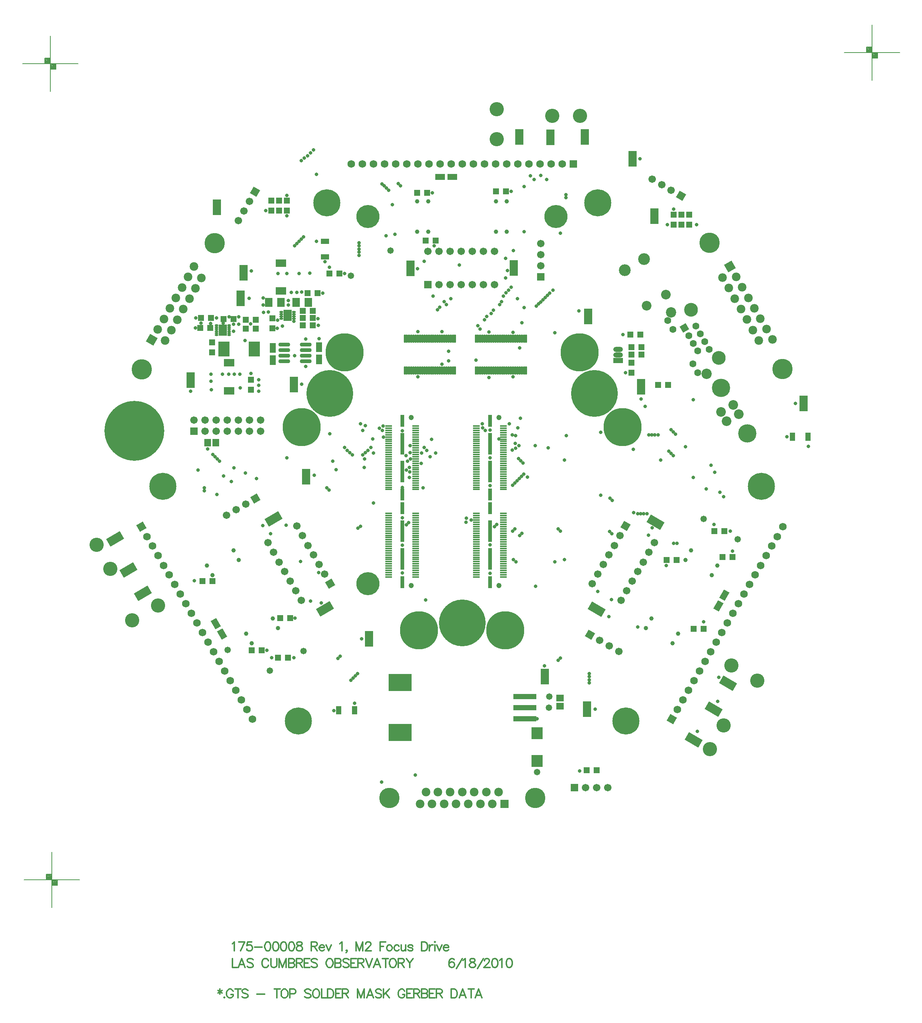
<source format=gts>
%FSLAX23Y23*%
%MOIN*%
G70*
G01*
G75*
G04 Layer_Color=8388736*
%ADD10O,0.027X0.010*%
%ADD11R,0.065X0.094*%
%ADD12R,0.070X0.135*%
%ADD13O,0.098X0.028*%
%ADD14R,0.048X0.078*%
%ADD15R,0.087X0.059*%
%ADD16R,0.063X0.075*%
%ADD17R,0.050X0.050*%
%ADD18R,0.050X0.050*%
%ADD19R,0.025X0.100*%
%ADD20R,0.057X0.012*%
%ADD21R,0.025X0.185*%
%ADD22O,0.024X0.010*%
%ADD23R,0.094X0.130*%
%ADD24R,0.094X0.102*%
%ADD25R,0.200X0.150*%
%ADD26R,0.200X0.040*%
%ADD27R,0.059X0.051*%
%ADD28O,0.012X0.069*%
%ADD29R,0.078X0.048*%
G04:AMPARAMS|DCode=30|XSize=78mil|YSize=48mil|CornerRadius=0mil|HoleSize=0mil|Usage=FLASHONLY|Rotation=120.000|XOffset=0mil|YOffset=0mil|HoleType=Round|Shape=Rectangle|*
%AMROTATEDRECTD30*
4,1,4,0.040,-0.022,-0.001,-0.046,-0.040,0.022,0.001,0.046,0.040,-0.022,0.0*
%
%ADD30ROTATEDRECTD30*%

G04:AMPARAMS|DCode=31|XSize=78mil|YSize=48mil|CornerRadius=0mil|HoleSize=0mil|Usage=FLASHONLY|Rotation=240.000|XOffset=0mil|YOffset=0mil|HoleType=Round|Shape=Rectangle|*
%AMROTATEDRECTD31*
4,1,4,-0.001,0.046,0.040,0.022,0.001,-0.046,-0.040,-0.022,-0.001,0.046,0.0*
%
%ADD31ROTATEDRECTD31*%

%ADD32R,0.067X0.040*%
%ADD33R,0.040X0.067*%
%ADD34R,0.051X0.059*%
G04:AMPARAMS|DCode=35|XSize=135mil|YSize=70mil|CornerRadius=0mil|HoleSize=0mil|Usage=FLASHONLY|Rotation=30.000|XOffset=0mil|YOffset=0mil|HoleType=Round|Shape=Rectangle|*
%AMROTATEDRECTD35*
4,1,4,-0.041,-0.064,-0.076,-0.003,0.041,0.064,0.076,0.003,-0.041,-0.064,0.0*
%
%ADD35ROTATEDRECTD35*%

G04:AMPARAMS|DCode=36|XSize=135mil|YSize=70mil|CornerRadius=0mil|HoleSize=0mil|Usage=FLASHONLY|Rotation=150.000|XOffset=0mil|YOffset=0mil|HoleType=Round|Shape=Rectangle|*
%AMROTATEDRECTD36*
4,1,4,0.076,-0.003,0.041,-0.064,-0.076,0.003,-0.041,0.064,0.076,-0.003,0.0*
%
%ADD36ROTATEDRECTD36*%

%ADD37C,0.020*%
%ADD38C,0.030*%
%ADD39C,0.010*%
%ADD40C,0.005*%
%ADD41C,0.050*%
%ADD42C,0.005*%
%ADD43C,0.012*%
%ADD44C,0.008*%
%ADD45C,0.012*%
%ADD46C,0.012*%
%ADD47C,0.055*%
%ADD48P,0.078X4X165.0*%
%ADD49C,0.116*%
%ADD50C,0.085*%
%ADD51C,0.039*%
%ADD52C,0.200*%
%ADD53C,0.120*%
%ADD54P,0.085X4X105.0*%
%ADD55C,0.060*%
%ADD56P,0.085X4X345.0*%
%ADD57R,0.060X0.060*%
%ADD58P,0.084X4X195.0*%
%ADD59C,0.059*%
%ADD60C,0.031*%
%ADD61C,0.079*%
%ADD62P,0.084X4X255.0*%
%ADD63R,0.059X0.059*%
%ADD64C,0.175*%
%ADD65C,0.070*%
%ADD66R,0.070X0.070*%
%ADD67P,0.084X4X255.0*%
%ADD68C,0.059*%
%ADD69R,0.059X0.059*%
%ADD70P,0.084X4X375.0*%
%ADD71C,0.157*%
%ADD72P,0.084X4X285.0*%
%ADD73C,0.098*%
%ADD74O,0.079X0.039*%
%ADD75R,0.079X0.039*%
%ADD76R,0.059X0.059*%
%ADD77C,0.413*%
%ADD78C,0.531*%
%ADD79C,0.335*%
%ADD80C,0.236*%
%ADD81P,0.099X4X165.0*%
%ADD82P,0.099X4X285.0*%
%ADD83C,0.024*%
%ADD84C,0.026*%
%ADD85C,0.050*%
%ADD86C,0.040*%
%ADD87C,0.075*%
%ADD88C,0.168*%
%ADD89C,0.102*%
%ADD90C,0.080*%
%ADD91C,0.131*%
%ADD92C,0.110*%
G04:AMPARAMS|DCode=93|XSize=90mil|YSize=90mil|CornerRadius=0mil|HoleSize=0mil|Usage=FLASHONLY|Rotation=0.000|XOffset=0mil|YOffset=0mil|HoleType=Round|Shape=Relief|Width=10mil|Gap=10mil|Entries=4|*
%AMTHD93*
7,0,0,0.090,0.070,0.010,45*
%
%ADD93THD93*%
%ADD94C,0.075*%
%ADD95C,0.060*%
G04:AMPARAMS|DCode=96|XSize=107.244mil|YSize=107.244mil|CornerRadius=0mil|HoleSize=0mil|Usage=FLASHONLY|Rotation=0.000|XOffset=0mil|YOffset=0mil|HoleType=Round|Shape=Relief|Width=10mil|Gap=10mil|Entries=4|*
%AMTHD96*
7,0,0,0.107,0.087,0.010,45*
%
%ADD96THD96*%
%ADD97C,0.087*%
%ADD98C,0.163*%
%ADD99C,0.087*%
%ADD100C,0.075*%
%ADD101C,0.131*%
%ADD102C,0.076*%
%ADD103C,0.099*%
%ADD104C,0.070*%
G04:AMPARAMS|DCode=105|XSize=95.433mil|YSize=95.433mil|CornerRadius=0mil|HoleSize=0mil|Usage=FLASHONLY|Rotation=0.000|XOffset=0mil|YOffset=0mil|HoleType=Round|Shape=Relief|Width=10mil|Gap=10mil|Entries=4|*
%AMTHD105*
7,0,0,0.095,0.075,0.010,45*
%
%ADD105THD105*%
%ADD106C,0.257*%
%ADD107C,0.571*%
%ADD108C,0.375*%
%ADD109C,0.206*%
%ADD110C,0.053*%
G04:AMPARAMS|DCode=111|XSize=70mil|YSize=70mil|CornerRadius=0mil|HoleSize=0mil|Usage=FLASHONLY|Rotation=0.000|XOffset=0mil|YOffset=0mil|HoleType=Round|Shape=Relief|Width=10mil|Gap=10mil|Entries=4|*
%AMTHD111*
7,0,0,0.070,0.050,0.010,45*
%
%ADD111THD111*%
%ADD112C,0.065*%
G04:AMPARAMS|DCode=113|XSize=85mil|YSize=85mil|CornerRadius=0mil|HoleSize=0mil|Usage=FLASHONLY|Rotation=0.000|XOffset=0mil|YOffset=0mil|HoleType=Round|Shape=Relief|Width=10mil|Gap=10mil|Entries=4|*
%AMTHD113*
7,0,0,0.085,0.065,0.010,45*
%
%ADD113THD113*%
G04:AMPARAMS|DCode=114|XSize=95mil|YSize=95mil|CornerRadius=0mil|HoleSize=0mil|Usage=FLASHONLY|Rotation=0.000|XOffset=0mil|YOffset=0mil|HoleType=Round|Shape=Relief|Width=10mil|Gap=10mil|Entries=4|*
%AMTHD114*
7,0,0,0.095,0.075,0.010,45*
%
%ADD114THD114*%
G04:AMPARAMS|DCode=115|XSize=122mil|YSize=122mil|CornerRadius=0mil|HoleSize=0mil|Usage=FLASHONLY|Rotation=0.000|XOffset=0mil|YOffset=0mil|HoleType=Round|Shape=Relief|Width=10mil|Gap=10mil|Entries=4|*
%AMTHD115*
7,0,0,0.122,0.102,0.010,45*
%
%ADD115THD115*%
G04:AMPARAMS|DCode=116|XSize=79.685mil|YSize=79.685mil|CornerRadius=0mil|HoleSize=0mil|Usage=FLASHONLY|Rotation=0.000|XOffset=0mil|YOffset=0mil|HoleType=Round|Shape=Relief|Width=10mil|Gap=10mil|Entries=4|*
%AMTHD116*
7,0,0,0.080,0.060,0.010,45*
%
%ADD116THD116*%
G04:AMPARAMS|DCode=117|XSize=183mil|YSize=183mil|CornerRadius=0mil|HoleSize=0mil|Usage=FLASHONLY|Rotation=0.000|XOffset=0mil|YOffset=0mil|HoleType=Round|Shape=Relief|Width=10mil|Gap=10mil|Entries=4|*
%AMTHD117*
7,0,0,0.183,0.163,0.010,45*
%
%ADD117THD117*%
G04:AMPARAMS|DCode=118|XSize=107mil|YSize=107mil|CornerRadius=0mil|HoleSize=0mil|Usage=FLASHONLY|Rotation=0.000|XOffset=0mil|YOffset=0mil|HoleType=Round|Shape=Relief|Width=10mil|Gap=10mil|Entries=4|*
%AMTHD118*
7,0,0,0.107,0.087,0.010,45*
%
%ADD118THD118*%
G04:AMPARAMS|DCode=119|XSize=95.433mil|YSize=95.433mil|CornerRadius=0mil|HoleSize=0mil|Usage=FLASHONLY|Rotation=0.000|XOffset=0mil|YOffset=0mil|HoleType=Round|Shape=Relief|Width=10mil|Gap=10mil|Entries=4|*
%AMTHD119*
7,0,0,0.095,0.075,0.010,45*
%
%ADD119THD119*%
G04:AMPARAMS|DCode=120|XSize=150.551mil|YSize=150.551mil|CornerRadius=0mil|HoleSize=0mil|Usage=FLASHONLY|Rotation=0.000|XOffset=0mil|YOffset=0mil|HoleType=Round|Shape=Relief|Width=10mil|Gap=10mil|Entries=4|*
%AMTHD120*
7,0,0,0.151,0.131,0.010,45*
%
%ADD120THD120*%
G04:AMPARAMS|DCode=121|XSize=96.221mil|YSize=96.221mil|CornerRadius=0mil|HoleSize=0mil|Usage=FLASHONLY|Rotation=0.000|XOffset=0mil|YOffset=0mil|HoleType=Round|Shape=Relief|Width=10mil|Gap=10mil|Entries=4|*
%AMTHD121*
7,0,0,0.096,0.076,0.010,45*
%
%ADD121THD121*%
G04:AMPARAMS|DCode=122|XSize=119.055mil|YSize=119.055mil|CornerRadius=0mil|HoleSize=0mil|Usage=FLASHONLY|Rotation=0.000|XOffset=0mil|YOffset=0mil|HoleType=Round|Shape=Relief|Width=10mil|Gap=10mil|Entries=4|*
%AMTHD122*
7,0,0,0.119,0.099,0.010,45*
%
%ADD122THD122*%
G04:AMPARAMS|DCode=123|XSize=89.528mil|YSize=89.528mil|CornerRadius=0mil|HoleSize=0mil|Usage=FLASHONLY|Rotation=0.000|XOffset=0mil|YOffset=0mil|HoleType=Round|Shape=Relief|Width=10mil|Gap=10mil|Entries=4|*
%AMTHD123*
7,0,0,0.090,0.070,0.010,45*
%
%ADD123THD123*%
G04:AMPARAMS|DCode=124|XSize=72.992mil|YSize=72.992mil|CornerRadius=0mil|HoleSize=0mil|Usage=FLASHONLY|Rotation=0.000|XOffset=0mil|YOffset=0mil|HoleType=Round|Shape=Relief|Width=10mil|Gap=10mil|Entries=4|*
%AMTHD124*
7,0,0,0.073,0.053,0.010,45*
%
%ADD124THD124*%
G04:AMPARAMS|DCode=125|XSize=79mil|YSize=236mil|CornerRadius=0mil|HoleSize=0mil|Usage=FLASHONLY|Rotation=240.000|XOffset=0mil|YOffset=0mil|HoleType=Round|Shape=Rectangle|*
%AMROTATEDRECTD125*
4,1,4,-0.083,0.093,0.122,-0.025,0.083,-0.093,-0.122,0.025,-0.083,0.093,0.0*
%
%ADD125ROTATEDRECTD125*%

G04:AMPARAMS|DCode=126|XSize=79mil|YSize=236mil|CornerRadius=0mil|HoleSize=0mil|Usage=FLASHONLY|Rotation=120.000|XOffset=0mil|YOffset=0mil|HoleType=Round|Shape=Rectangle|*
%AMROTATEDRECTD126*
4,1,4,0.122,0.025,-0.083,-0.093,-0.122,-0.025,0.083,0.093,0.122,0.025,0.0*
%
%ADD126ROTATEDRECTD126*%

%ADD127R,0.236X0.079*%
%ADD128R,0.025X0.070*%
G04:AMPARAMS|DCode=129|XSize=28mil|YSize=98mil|CornerRadius=0mil|HoleSize=0mil|Usage=FLASHONLY|Rotation=210.000|XOffset=0mil|YOffset=0mil|HoleType=Round|Shape=Round|*
%AMOVALD129*
21,1,0.071,0.028,0.000,0.000,300.0*
1,1,0.028,-0.018,0.031*
1,1,0.028,0.018,-0.031*
%
%ADD129OVALD129*%

%ADD130P,0.071X4X345.0*%
G04:AMPARAMS|DCode=131|XSize=28mil|YSize=98mil|CornerRadius=0mil|HoleSize=0mil|Usage=FLASHONLY|Rotation=330.000|XOffset=0mil|YOffset=0mil|HoleType=Round|Shape=Round|*
%AMOVALD131*
21,1,0.071,0.028,0.000,0.000,60.0*
1,1,0.028,-0.018,-0.031*
1,1,0.028,0.018,0.031*
%
%ADD131OVALD131*%

%ADD132P,0.071X4X105.0*%
%ADD133C,0.075*%
%ADD134C,0.010*%
%ADD135C,0.010*%
%ADD136C,0.024*%
%ADD137C,0.007*%
%ADD138C,0.008*%
%ADD139C,0.006*%
%ADD140C,0.020*%
%ADD141R,0.195X0.150*%
%ADD142R,0.020X0.082*%
%ADD143O,0.035X0.018*%
%ADD144R,0.073X0.102*%
%ADD145R,0.078X0.143*%
%ADD146O,0.106X0.036*%
%ADD147R,0.056X0.086*%
%ADD148R,0.095X0.067*%
%ADD149R,0.071X0.083*%
%ADD150R,0.058X0.058*%
%ADD151R,0.058X0.058*%
%ADD152R,0.033X0.108*%
%ADD153R,0.061X0.016*%
%ADD154R,0.033X0.193*%
%ADD155O,0.032X0.018*%
%ADD156R,0.102X0.138*%
%ADD157R,0.102X0.110*%
%ADD158R,0.208X0.158*%
%ADD159R,0.208X0.048*%
%ADD160R,0.067X0.059*%
%ADD161O,0.020X0.077*%
%ADD162R,0.086X0.056*%
G04:AMPARAMS|DCode=163|XSize=86mil|YSize=56mil|CornerRadius=0mil|HoleSize=0mil|Usage=FLASHONLY|Rotation=120.000|XOffset=0mil|YOffset=0mil|HoleType=Round|Shape=Rectangle|*
%AMROTATEDRECTD163*
4,1,4,0.046,-0.023,-0.003,-0.051,-0.046,0.023,0.003,0.051,0.046,-0.023,0.0*
%
%ADD163ROTATEDRECTD163*%

G04:AMPARAMS|DCode=164|XSize=86mil|YSize=56mil|CornerRadius=0mil|HoleSize=0mil|Usage=FLASHONLY|Rotation=240.000|XOffset=0mil|YOffset=0mil|HoleType=Round|Shape=Rectangle|*
%AMROTATEDRECTD164*
4,1,4,-0.003,0.051,0.046,0.023,0.003,-0.051,-0.046,-0.023,-0.003,0.051,0.0*
%
%ADD164ROTATEDRECTD164*%

%ADD165R,0.075X0.048*%
%ADD166R,0.048X0.075*%
%ADD167R,0.059X0.067*%
G04:AMPARAMS|DCode=168|XSize=143mil|YSize=78mil|CornerRadius=0mil|HoleSize=0mil|Usage=FLASHONLY|Rotation=30.000|XOffset=0mil|YOffset=0mil|HoleType=Round|Shape=Rectangle|*
%AMROTATEDRECTD168*
4,1,4,-0.042,-0.070,-0.081,-0.002,0.042,0.070,0.081,0.002,-0.042,-0.070,0.0*
%
%ADD168ROTATEDRECTD168*%

G04:AMPARAMS|DCode=169|XSize=143mil|YSize=78mil|CornerRadius=0mil|HoleSize=0mil|Usage=FLASHONLY|Rotation=150.000|XOffset=0mil|YOffset=0mil|HoleType=Round|Shape=Rectangle|*
%AMROTATEDRECTD169*
4,1,4,0.081,-0.002,0.042,-0.070,-0.081,0.002,-0.042,0.070,0.081,-0.002,0.0*
%
%ADD169ROTATEDRECTD169*%

%ADD170C,0.063*%
%ADD171P,0.089X4X165.0*%
%ADD172C,0.124*%
%ADD173C,0.093*%
%ADD174C,0.047*%
%ADD175C,0.208*%
%ADD176C,0.128*%
%ADD177P,0.096X4X105.0*%
%ADD178C,0.068*%
%ADD179P,0.096X4X345.0*%
%ADD180R,0.068X0.068*%
%ADD181P,0.095X4X195.0*%
%ADD182C,0.067*%
%ADD183C,0.039*%
%ADD184C,0.087*%
%ADD185P,0.095X4X255.0*%
%ADD186R,0.067X0.067*%
%ADD187C,0.183*%
%ADD188C,0.078*%
%ADD189R,0.078X0.078*%
%ADD190P,0.095X4X255.0*%
%ADD191C,0.067*%
%ADD192R,0.067X0.067*%
%ADD193P,0.095X4X375.0*%
%ADD194C,0.165*%
%ADD195P,0.095X4X285.0*%
%ADD196C,0.106*%
%ADD197O,0.087X0.047*%
%ADD198R,0.087X0.047*%
%ADD199R,0.067X0.067*%
%ADD200C,0.421*%
%ADD201C,0.539*%
%ADD202C,0.343*%
%ADD203C,0.244*%
%ADD204P,0.110X4X165.0*%
%ADD205P,0.110X4X285.0*%
%ADD206C,0.032*%
%ADD207C,0.058*%
D43*
X13298Y8201D02*
Y8155D01*
X13279Y8189D02*
X13317Y8167D01*
Y8189D02*
X13279Y8167D01*
X13337Y8128D02*
X13333Y8125D01*
X13337Y8121D01*
X13341Y8125D01*
X13337Y8128D01*
X13416Y8182D02*
X13412Y8189D01*
X13404Y8197D01*
X13397Y8201D01*
X13381D01*
X13374Y8197D01*
X13366Y8189D01*
X13362Y8182D01*
X13358Y8170D01*
Y8151D01*
X13362Y8140D01*
X13366Y8132D01*
X13374Y8125D01*
X13381Y8121D01*
X13397D01*
X13404Y8125D01*
X13412Y8132D01*
X13416Y8140D01*
Y8151D01*
X13397D02*
X13416D01*
X13461Y8201D02*
Y8121D01*
X13434Y8201D02*
X13487D01*
X13550Y8189D02*
X13542Y8197D01*
X13531Y8201D01*
X13516D01*
X13504Y8197D01*
X13497Y8189D01*
Y8182D01*
X13501Y8174D01*
X13504Y8170D01*
X13512Y8167D01*
X13535Y8159D01*
X13542Y8155D01*
X13546Y8151D01*
X13550Y8144D01*
Y8132D01*
X13542Y8125D01*
X13531Y8121D01*
X13516D01*
X13504Y8125D01*
X13497Y8132D01*
X13631Y8155D02*
X13699D01*
X13812Y8201D02*
Y8121D01*
X13786Y8201D02*
X13839D01*
X13872D02*
X13864Y8197D01*
X13856Y8189D01*
X13852Y8182D01*
X13849Y8170D01*
Y8151D01*
X13852Y8140D01*
X13856Y8132D01*
X13864Y8125D01*
X13872Y8121D01*
X13887D01*
X13894Y8125D01*
X13902Y8132D01*
X13906Y8140D01*
X13910Y8151D01*
Y8170D01*
X13906Y8182D01*
X13902Y8189D01*
X13894Y8197D01*
X13887Y8201D01*
X13872D01*
X13928Y8159D02*
X13963D01*
X13974Y8163D01*
X13978Y8167D01*
X13982Y8174D01*
Y8186D01*
X13978Y8193D01*
X13974Y8197D01*
X13963Y8201D01*
X13928D01*
Y8121D01*
X14116Y8189D02*
X14108Y8197D01*
X14097Y8201D01*
X14081D01*
X14070Y8197D01*
X14062Y8189D01*
Y8182D01*
X14066Y8174D01*
X14070Y8170D01*
X14078Y8167D01*
X14100Y8159D01*
X14108Y8155D01*
X14112Y8151D01*
X14116Y8144D01*
Y8132D01*
X14108Y8125D01*
X14097Y8121D01*
X14081D01*
X14070Y8125D01*
X14062Y8132D01*
X14156Y8201D02*
X14149Y8197D01*
X14141Y8189D01*
X14137Y8182D01*
X14134Y8170D01*
Y8151D01*
X14137Y8140D01*
X14141Y8132D01*
X14149Y8125D01*
X14156Y8121D01*
X14172D01*
X14179Y8125D01*
X14187Y8132D01*
X14191Y8140D01*
X14194Y8151D01*
Y8170D01*
X14191Y8182D01*
X14187Y8189D01*
X14179Y8197D01*
X14172Y8201D01*
X14156D01*
X14213D02*
Y8121D01*
X14259D01*
X14268Y8201D02*
Y8121D01*
Y8201D02*
X14294D01*
X14306Y8197D01*
X14313Y8189D01*
X14317Y8182D01*
X14321Y8170D01*
Y8151D01*
X14317Y8140D01*
X14313Y8132D01*
X14306Y8125D01*
X14294Y8121D01*
X14268D01*
X14388Y8201D02*
X14339D01*
Y8121D01*
X14388D01*
X14339Y8163D02*
X14369D01*
X14402Y8201D02*
Y8121D01*
Y8201D02*
X14436D01*
X14447Y8197D01*
X14451Y8193D01*
X14455Y8186D01*
Y8178D01*
X14451Y8170D01*
X14447Y8167D01*
X14436Y8163D01*
X14402D01*
X14428D02*
X14455Y8121D01*
X14536Y8201D02*
Y8121D01*
Y8201D02*
X14566Y8121D01*
X14597Y8201D02*
X14566Y8121D01*
X14597Y8201D02*
Y8121D01*
X14680D02*
X14650Y8201D01*
X14620Y8121D01*
X14631Y8147D02*
X14669D01*
X14752Y8189D02*
X14745Y8197D01*
X14733Y8201D01*
X14718D01*
X14707Y8197D01*
X14699Y8189D01*
Y8182D01*
X14703Y8174D01*
X14707Y8170D01*
X14714Y8167D01*
X14737Y8159D01*
X14745Y8155D01*
X14749Y8151D01*
X14752Y8144D01*
Y8132D01*
X14745Y8125D01*
X14733Y8121D01*
X14718D01*
X14707Y8125D01*
X14699Y8132D01*
X14770Y8201D02*
Y8121D01*
X14824Y8201D02*
X14770Y8147D01*
X14789Y8167D02*
X14824Y8121D01*
X14962Y8182D02*
X14958Y8189D01*
X14950Y8197D01*
X14943Y8201D01*
X14927D01*
X14920Y8197D01*
X14912Y8189D01*
X14908Y8182D01*
X14904Y8170D01*
Y8151D01*
X14908Y8140D01*
X14912Y8132D01*
X14920Y8125D01*
X14927Y8121D01*
X14943D01*
X14950Y8125D01*
X14958Y8132D01*
X14962Y8140D01*
Y8151D01*
X14943D02*
X14962D01*
X15029Y8201D02*
X14980D01*
Y8121D01*
X15029D01*
X14980Y8163D02*
X15010D01*
X15043Y8201D02*
Y8121D01*
Y8201D02*
X15077D01*
X15088Y8197D01*
X15092Y8193D01*
X15096Y8186D01*
Y8178D01*
X15092Y8170D01*
X15088Y8167D01*
X15077Y8163D01*
X15043D01*
X15069D02*
X15096Y8121D01*
X15114Y8201D02*
Y8121D01*
Y8201D02*
X15148D01*
X15160Y8197D01*
X15163Y8193D01*
X15167Y8186D01*
Y8178D01*
X15163Y8170D01*
X15160Y8167D01*
X15148Y8163D01*
X15114D02*
X15148D01*
X15160Y8159D01*
X15163Y8155D01*
X15167Y8147D01*
Y8136D01*
X15163Y8128D01*
X15160Y8125D01*
X15148Y8121D01*
X15114D01*
X15235Y8201D02*
X15185D01*
Y8121D01*
X15235D01*
X15185Y8163D02*
X15216D01*
X15248Y8201D02*
Y8121D01*
Y8201D02*
X15282D01*
X15294Y8197D01*
X15297Y8193D01*
X15301Y8186D01*
Y8178D01*
X15297Y8170D01*
X15294Y8167D01*
X15282Y8163D01*
X15248D01*
X15275D02*
X15301Y8121D01*
X15382Y8201D02*
Y8121D01*
Y8201D02*
X15409D01*
X15420Y8197D01*
X15428Y8189D01*
X15432Y8182D01*
X15435Y8170D01*
Y8151D01*
X15432Y8140D01*
X15428Y8132D01*
X15420Y8125D01*
X15409Y8121D01*
X15382D01*
X15514D02*
X15484Y8201D01*
X15453Y8121D01*
X15465Y8147D02*
X15503D01*
X15560Y8201D02*
Y8121D01*
X15533Y8201D02*
X15586D01*
X15657Y8121D02*
X15626Y8201D01*
X15596Y8121D01*
X15607Y8147D02*
X15645D01*
D44*
X11519Y16536D02*
X12019D01*
X11769Y16286D02*
Y16786D01*
X11719Y16586D02*
X11719Y16536D01*
X11719Y16586D02*
X11769Y16586D01*
X11819Y16536D02*
X11819Y16486D01*
X11769Y16486D02*
X11819Y16486D01*
X11774Y16531D02*
X11814D01*
Y16491D02*
Y16531D01*
X11774Y16491D02*
X11814D01*
X11774D02*
Y16531D01*
X11779Y16526D02*
X11809D01*
Y16496D02*
Y16526D01*
X11779Y16496D02*
X11809D01*
X11779D02*
Y16521D01*
X11784D02*
X11804D01*
X11804Y16501D01*
X11784Y16501D02*
X11804Y16501D01*
X11784Y16501D02*
Y16516D01*
X11789Y16516D02*
X11799Y16516D01*
Y16506D02*
Y16516D01*
X11789Y16506D02*
X11799D01*
X11789D02*
X11789Y16516D01*
Y16511D02*
X11799D01*
X11724Y16581D02*
X11764D01*
Y16541D02*
Y16581D01*
X11724Y16541D02*
X11764D01*
X11724D02*
Y16581D01*
X11729Y16576D02*
X11759D01*
Y16546D02*
Y16576D01*
X11729Y16546D02*
X11759D01*
X11729D02*
Y16571D01*
X11734D02*
X11754Y16571D01*
Y16551D02*
Y16571D01*
X11734Y16551D02*
X11754D01*
X11734D02*
Y16566D01*
X11739D02*
X11749D01*
X11749Y16556D02*
X11749Y16566D01*
X11739Y16556D02*
X11749Y16556D01*
X11739Y16556D02*
Y16566D01*
Y16561D02*
X11749D01*
X18919Y16636D02*
X19419D01*
X19169Y16386D02*
Y16886D01*
X19119Y16686D02*
X19119Y16636D01*
X19119Y16686D02*
X19169Y16686D01*
X19219Y16636D02*
X19219Y16586D01*
X19169Y16586D02*
X19219Y16586D01*
X19174Y16631D02*
X19214D01*
Y16591D02*
Y16631D01*
X19174Y16591D02*
X19214D01*
X19174D02*
Y16631D01*
X19179Y16626D02*
X19209D01*
Y16596D02*
Y16626D01*
X19179Y16596D02*
X19209D01*
X19179D02*
Y16621D01*
X19184D02*
X19204D01*
X19204Y16601D01*
X19184Y16601D02*
X19204Y16601D01*
X19184Y16601D02*
Y16616D01*
X19189Y16616D02*
X19199Y16616D01*
Y16606D02*
Y16616D01*
X19189Y16606D02*
X19199D01*
X19189D02*
X19189Y16616D01*
Y16611D02*
X19199D01*
X19124Y16681D02*
X19164D01*
Y16641D02*
Y16681D01*
X19124Y16641D02*
X19164D01*
X19124D02*
Y16681D01*
X19129Y16676D02*
X19159D01*
Y16646D02*
Y16676D01*
X19129Y16646D02*
X19159D01*
X19129D02*
Y16671D01*
X19134D02*
X19154Y16671D01*
Y16651D02*
Y16671D01*
X19134Y16651D02*
X19154D01*
X19134D02*
Y16666D01*
X19139D02*
X19149D01*
X19149Y16656D02*
X19149Y16666D01*
X19139Y16656D02*
X19149Y16656D01*
X19139Y16656D02*
Y16666D01*
Y16661D02*
X19149D01*
X11534Y9186D02*
X12034D01*
X11784Y8936D02*
Y9436D01*
X11734Y9236D02*
X11734Y9186D01*
X11734Y9236D02*
X11784Y9236D01*
X11834Y9186D02*
X11834Y9136D01*
X11784Y9136D02*
X11834Y9136D01*
X11789Y9181D02*
X11829D01*
Y9141D02*
Y9181D01*
X11789Y9141D02*
X11829D01*
X11789D02*
Y9181D01*
X11794Y9176D02*
X11824D01*
Y9146D02*
Y9176D01*
X11794Y9146D02*
X11824D01*
X11794D02*
Y9171D01*
X11799D02*
X11819D01*
X11819Y9151D01*
X11799Y9151D02*
X11819Y9151D01*
X11799Y9151D02*
Y9166D01*
X11804Y9166D02*
X11814Y9166D01*
Y9156D02*
Y9166D01*
X11804Y9156D02*
X11814D01*
X11804D02*
X11804Y9166D01*
Y9161D02*
X11814D01*
X11739Y9231D02*
X11779D01*
Y9191D02*
Y9231D01*
X11739Y9191D02*
X11779D01*
X11739D02*
Y9231D01*
X11744Y9226D02*
X11774D01*
Y9196D02*
Y9226D01*
X11744Y9196D02*
X11774D01*
X11744D02*
Y9221D01*
X11749D02*
X11769Y9221D01*
Y9201D02*
Y9221D01*
X11749Y9201D02*
X11769D01*
X11749D02*
Y9216D01*
X11754D02*
X11764D01*
X11764Y9206D02*
X11764Y9216D01*
X11754Y9206D02*
X11764Y9206D01*
X11754Y9206D02*
Y9216D01*
Y9211D02*
X11764D01*
D45*
X13409Y8610D02*
X13416Y8614D01*
X13428Y8626D01*
Y8546D01*
X13521Y8626D02*
X13483Y8546D01*
X13467Y8626D02*
X13521D01*
X13584D02*
X13546D01*
X13542Y8591D01*
X13546Y8595D01*
X13558Y8599D01*
X13569D01*
X13581Y8595D01*
X13588Y8587D01*
X13592Y8576D01*
Y8568D01*
X13588Y8557D01*
X13581Y8549D01*
X13569Y8546D01*
X13558D01*
X13546Y8549D01*
X13542Y8553D01*
X13539Y8561D01*
X13610Y8580D02*
X13678D01*
X13725Y8626D02*
X13713Y8622D01*
X13706Y8610D01*
X13702Y8591D01*
Y8580D01*
X13706Y8561D01*
X13713Y8549D01*
X13725Y8546D01*
X13733D01*
X13744Y8549D01*
X13752Y8561D01*
X13755Y8580D01*
Y8591D01*
X13752Y8610D01*
X13744Y8622D01*
X13733Y8626D01*
X13725D01*
X13796D02*
X13785Y8622D01*
X13777Y8610D01*
X13773Y8591D01*
Y8580D01*
X13777Y8561D01*
X13785Y8549D01*
X13796Y8546D01*
X13804D01*
X13815Y8549D01*
X13823Y8561D01*
X13827Y8580D01*
Y8591D01*
X13823Y8610D01*
X13815Y8622D01*
X13804Y8626D01*
X13796D01*
X13867D02*
X13856Y8622D01*
X13848Y8610D01*
X13844Y8591D01*
Y8580D01*
X13848Y8561D01*
X13856Y8549D01*
X13867Y8546D01*
X13875D01*
X13886Y8549D01*
X13894Y8561D01*
X13898Y8580D01*
Y8591D01*
X13894Y8610D01*
X13886Y8622D01*
X13875Y8626D01*
X13867D01*
X13939D02*
X13927Y8622D01*
X13920Y8610D01*
X13916Y8591D01*
Y8580D01*
X13920Y8561D01*
X13927Y8549D01*
X13939Y8546D01*
X13946D01*
X13958Y8549D01*
X13965Y8561D01*
X13969Y8580D01*
Y8591D01*
X13965Y8610D01*
X13958Y8622D01*
X13946Y8626D01*
X13939D01*
X14006D02*
X13995Y8622D01*
X13991Y8614D01*
Y8606D01*
X13995Y8599D01*
X14002Y8595D01*
X14017Y8591D01*
X14029Y8587D01*
X14036Y8580D01*
X14040Y8572D01*
Y8561D01*
X14036Y8553D01*
X14033Y8549D01*
X14021Y8546D01*
X14006D01*
X13995Y8549D01*
X13991Y8553D01*
X13987Y8561D01*
Y8572D01*
X13991Y8580D01*
X13998Y8587D01*
X14010Y8591D01*
X14025Y8595D01*
X14033Y8599D01*
X14036Y8606D01*
Y8614D01*
X14033Y8622D01*
X14021Y8626D01*
X14006D01*
X14121D02*
Y8546D01*
Y8626D02*
X14155D01*
X14167Y8622D01*
X14171Y8618D01*
X14174Y8610D01*
Y8603D01*
X14171Y8595D01*
X14167Y8591D01*
X14155Y8587D01*
X14121D01*
X14148D02*
X14174Y8546D01*
X14192Y8576D02*
X14238D01*
Y8584D01*
X14234Y8591D01*
X14230Y8595D01*
X14223Y8599D01*
X14211D01*
X14204Y8595D01*
X14196Y8587D01*
X14192Y8576D01*
Y8568D01*
X14196Y8557D01*
X14204Y8549D01*
X14211Y8546D01*
X14223D01*
X14230Y8549D01*
X14238Y8557D01*
X14255Y8599D02*
X14278Y8546D01*
X14301Y8599D02*
X14278Y8546D01*
X14377Y8610D02*
X14384Y8614D01*
X14396Y8626D01*
Y8546D01*
X14443Y8549D02*
X14439Y8546D01*
X14435Y8549D01*
X14439Y8553D01*
X14443Y8549D01*
Y8542D01*
X14439Y8534D01*
X14435Y8530D01*
X14523Y8626D02*
Y8546D01*
Y8626D02*
X14554Y8546D01*
X14584Y8626D02*
X14554Y8546D01*
X14584Y8626D02*
Y8546D01*
X14611Y8606D02*
Y8610D01*
X14615Y8618D01*
X14618Y8622D01*
X14626Y8626D01*
X14641D01*
X14649Y8622D01*
X14653Y8618D01*
X14656Y8610D01*
Y8603D01*
X14653Y8595D01*
X14645Y8584D01*
X14607Y8546D01*
X14660D01*
X14741Y8626D02*
Y8546D01*
Y8626D02*
X14791D01*
X14741Y8587D02*
X14772D01*
X14819Y8599D02*
X14811Y8595D01*
X14804Y8587D01*
X14800Y8576D01*
Y8568D01*
X14804Y8557D01*
X14811Y8549D01*
X14819Y8546D01*
X14830D01*
X14838Y8549D01*
X14845Y8557D01*
X14849Y8568D01*
Y8576D01*
X14845Y8587D01*
X14838Y8595D01*
X14830Y8599D01*
X14819D01*
X14912Y8587D02*
X14905Y8595D01*
X14897Y8599D01*
X14886D01*
X14878Y8595D01*
X14871Y8587D01*
X14867Y8576D01*
Y8568D01*
X14871Y8557D01*
X14878Y8549D01*
X14886Y8546D01*
X14897D01*
X14905Y8549D01*
X14912Y8557D01*
X14930Y8599D02*
Y8561D01*
X14933Y8549D01*
X14941Y8546D01*
X14952D01*
X14960Y8549D01*
X14971Y8561D01*
Y8599D02*
Y8546D01*
X15034Y8587D02*
X15031Y8595D01*
X15019Y8599D01*
X15008D01*
X14996Y8595D01*
X14992Y8587D01*
X14996Y8580D01*
X15004Y8576D01*
X15023Y8572D01*
X15031Y8568D01*
X15034Y8561D01*
Y8557D01*
X15031Y8549D01*
X15019Y8546D01*
X15008D01*
X14996Y8549D01*
X14992Y8557D01*
X15114Y8626D02*
Y8546D01*
Y8626D02*
X15141D01*
X15152Y8622D01*
X15160Y8614D01*
X15163Y8606D01*
X15167Y8595D01*
Y8576D01*
X15163Y8565D01*
X15160Y8557D01*
X15152Y8549D01*
X15141Y8546D01*
X15114D01*
X15185Y8599D02*
Y8546D01*
Y8576D02*
X15189Y8587D01*
X15197Y8595D01*
X15204Y8599D01*
X15216D01*
X15230Y8626D02*
X15234Y8622D01*
X15238Y8626D01*
X15234Y8629D01*
X15230Y8626D01*
X15234Y8599D02*
Y8546D01*
X15252Y8599D02*
X15275Y8546D01*
X15298Y8599D02*
X15275Y8546D01*
X15311Y8576D02*
X15357D01*
Y8584D01*
X15353Y8591D01*
X15349Y8595D01*
X15341Y8599D01*
X15330D01*
X15322Y8595D01*
X15315Y8587D01*
X15311Y8576D01*
Y8568D01*
X15315Y8557D01*
X15322Y8549D01*
X15330Y8546D01*
X15341D01*
X15349Y8549D01*
X15357Y8557D01*
D46*
X13409Y8476D02*
Y8396D01*
X13454D01*
X13524D02*
X13494Y8476D01*
X13463Y8396D01*
X13475Y8422D02*
X13513D01*
X13596Y8464D02*
X13589Y8472D01*
X13577Y8476D01*
X13562D01*
X13550Y8472D01*
X13543Y8464D01*
Y8456D01*
X13547Y8449D01*
X13550Y8445D01*
X13558Y8441D01*
X13581Y8434D01*
X13589Y8430D01*
X13592Y8426D01*
X13596Y8418D01*
Y8407D01*
X13589Y8399D01*
X13577Y8396D01*
X13562D01*
X13550Y8399D01*
X13543Y8407D01*
X13734Y8456D02*
X13730Y8464D01*
X13723Y8472D01*
X13715Y8476D01*
X13700D01*
X13692Y8472D01*
X13685Y8464D01*
X13681Y8456D01*
X13677Y8445D01*
Y8426D01*
X13681Y8415D01*
X13685Y8407D01*
X13692Y8399D01*
X13700Y8396D01*
X13715D01*
X13723Y8399D01*
X13730Y8407D01*
X13734Y8415D01*
X13756Y8476D02*
Y8418D01*
X13760Y8407D01*
X13768Y8399D01*
X13779Y8396D01*
X13787D01*
X13798Y8399D01*
X13806Y8407D01*
X13810Y8418D01*
Y8476D01*
X13832D02*
Y8396D01*
Y8476D02*
X13862Y8396D01*
X13893Y8476D02*
X13862Y8396D01*
X13893Y8476D02*
Y8396D01*
X13916Y8476D02*
Y8396D01*
Y8476D02*
X13950D01*
X13961Y8472D01*
X13965Y8468D01*
X13969Y8460D01*
Y8453D01*
X13965Y8445D01*
X13961Y8441D01*
X13950Y8437D01*
X13916D02*
X13950D01*
X13961Y8434D01*
X13965Y8430D01*
X13969Y8422D01*
Y8411D01*
X13965Y8403D01*
X13961Y8399D01*
X13950Y8396D01*
X13916D01*
X13987Y8476D02*
Y8396D01*
Y8476D02*
X14021D01*
X14033Y8472D01*
X14036Y8468D01*
X14040Y8460D01*
Y8453D01*
X14036Y8445D01*
X14033Y8441D01*
X14021Y8437D01*
X13987D01*
X14014D02*
X14040Y8396D01*
X14108Y8476D02*
X14058D01*
Y8396D01*
X14108D01*
X14058Y8437D02*
X14089D01*
X14174Y8464D02*
X14167Y8472D01*
X14155Y8476D01*
X14140D01*
X14129Y8472D01*
X14121Y8464D01*
Y8456D01*
X14125Y8449D01*
X14129Y8445D01*
X14136Y8441D01*
X14159Y8434D01*
X14167Y8430D01*
X14171Y8426D01*
X14174Y8418D01*
Y8407D01*
X14167Y8399D01*
X14155Y8396D01*
X14140D01*
X14129Y8399D01*
X14121Y8407D01*
X14278Y8476D02*
X14270Y8472D01*
X14263Y8464D01*
X14259Y8456D01*
X14255Y8445D01*
Y8426D01*
X14259Y8415D01*
X14263Y8407D01*
X14270Y8399D01*
X14278Y8396D01*
X14293D01*
X14301Y8399D01*
X14308Y8407D01*
X14312Y8415D01*
X14316Y8426D01*
Y8445D01*
X14312Y8456D01*
X14308Y8464D01*
X14301Y8472D01*
X14293Y8476D01*
X14278D01*
X14335D02*
Y8396D01*
Y8476D02*
X14369D01*
X14380Y8472D01*
X14384Y8468D01*
X14388Y8460D01*
Y8453D01*
X14384Y8445D01*
X14380Y8441D01*
X14369Y8437D01*
X14335D02*
X14369D01*
X14380Y8434D01*
X14384Y8430D01*
X14388Y8422D01*
Y8411D01*
X14384Y8403D01*
X14380Y8399D01*
X14369Y8396D01*
X14335D01*
X14459Y8464D02*
X14452Y8472D01*
X14440Y8476D01*
X14425D01*
X14413Y8472D01*
X14406Y8464D01*
Y8456D01*
X14410Y8449D01*
X14413Y8445D01*
X14421Y8441D01*
X14444Y8434D01*
X14452Y8430D01*
X14455Y8426D01*
X14459Y8418D01*
Y8407D01*
X14452Y8399D01*
X14440Y8396D01*
X14425D01*
X14413Y8399D01*
X14406Y8407D01*
X14527Y8476D02*
X14477D01*
Y8396D01*
X14527D01*
X14477Y8437D02*
X14508D01*
X14540Y8476D02*
Y8396D01*
Y8476D02*
X14574D01*
X14586Y8472D01*
X14589Y8468D01*
X14593Y8460D01*
Y8453D01*
X14589Y8445D01*
X14586Y8441D01*
X14574Y8437D01*
X14540D01*
X14567D02*
X14593Y8396D01*
X14611Y8476D02*
X14642Y8396D01*
X14672Y8476D02*
X14642Y8396D01*
X14743D02*
X14713Y8476D01*
X14682Y8396D01*
X14694Y8422D02*
X14732D01*
X14789Y8476D02*
Y8396D01*
X14762Y8476D02*
X14815D01*
X14848D02*
X14840Y8472D01*
X14832Y8464D01*
X14829Y8456D01*
X14825Y8445D01*
Y8426D01*
X14829Y8415D01*
X14832Y8407D01*
X14840Y8399D01*
X14848Y8396D01*
X14863D01*
X14871Y8399D01*
X14878Y8407D01*
X14882Y8415D01*
X14886Y8426D01*
Y8445D01*
X14882Y8456D01*
X14878Y8464D01*
X14871Y8472D01*
X14863Y8476D01*
X14848D01*
X14904D02*
Y8396D01*
Y8476D02*
X14939D01*
X14950Y8472D01*
X14954Y8468D01*
X14958Y8460D01*
Y8453D01*
X14954Y8445D01*
X14950Y8441D01*
X14939Y8437D01*
X14904D01*
X14931D02*
X14958Y8396D01*
X14976Y8476D02*
X15006Y8437D01*
Y8396D01*
X15037Y8476D02*
X15006Y8437D01*
X15407Y8464D02*
X15403Y8472D01*
X15392Y8476D01*
X15384D01*
X15373Y8472D01*
X15365Y8460D01*
X15361Y8441D01*
Y8422D01*
X15365Y8407D01*
X15373Y8399D01*
X15384Y8396D01*
X15388D01*
X15399Y8399D01*
X15407Y8407D01*
X15411Y8418D01*
Y8422D01*
X15407Y8434D01*
X15399Y8441D01*
X15388Y8445D01*
X15384D01*
X15373Y8441D01*
X15365Y8434D01*
X15361Y8422D01*
X15428Y8384D02*
X15481Y8476D01*
X15487Y8460D02*
X15494Y8464D01*
X15506Y8476D01*
Y8396D01*
X15564Y8476D02*
X15553Y8472D01*
X15549Y8464D01*
Y8456D01*
X15553Y8449D01*
X15561Y8445D01*
X15576Y8441D01*
X15587Y8437D01*
X15595Y8430D01*
X15599Y8422D01*
Y8411D01*
X15595Y8403D01*
X15591Y8399D01*
X15580Y8396D01*
X15564D01*
X15553Y8399D01*
X15549Y8403D01*
X15545Y8411D01*
Y8422D01*
X15549Y8430D01*
X15557Y8437D01*
X15568Y8441D01*
X15584Y8445D01*
X15591Y8449D01*
X15595Y8456D01*
Y8464D01*
X15591Y8472D01*
X15580Y8476D01*
X15564D01*
X15617Y8384D02*
X15670Y8476D01*
X15679Y8456D02*
Y8460D01*
X15683Y8468D01*
X15687Y8472D01*
X15694Y8476D01*
X15710D01*
X15717Y8472D01*
X15721Y8468D01*
X15725Y8460D01*
Y8453D01*
X15721Y8445D01*
X15713Y8434D01*
X15675Y8396D01*
X15729D01*
X15769Y8476D02*
X15758Y8472D01*
X15750Y8460D01*
X15747Y8441D01*
Y8430D01*
X15750Y8411D01*
X15758Y8399D01*
X15769Y8396D01*
X15777D01*
X15788Y8399D01*
X15796Y8411D01*
X15800Y8430D01*
Y8441D01*
X15796Y8460D01*
X15788Y8472D01*
X15777Y8476D01*
X15769D01*
X15818Y8460D02*
X15825Y8464D01*
X15837Y8476D01*
Y8396D01*
X15899Y8476D02*
X15888Y8472D01*
X15880Y8460D01*
X15876Y8441D01*
Y8430D01*
X15880Y8411D01*
X15888Y8399D01*
X15899Y8396D01*
X15907D01*
X15918Y8399D01*
X15926Y8411D01*
X15930Y8430D01*
Y8441D01*
X15926Y8460D01*
X15918Y8472D01*
X15907Y8476D01*
X15899D01*
D143*
X13852Y14298D02*
D03*
Y14279D02*
D03*
Y14259D02*
D03*
Y14239D02*
D03*
X13963D02*
D03*
Y14259D02*
D03*
X13963Y14279D02*
D03*
X13963Y14298D02*
D03*
D144*
X13908Y14269D02*
D03*
X13323Y14136D02*
D03*
D145*
X13964Y13646D02*
D03*
X13034Y13686D02*
D03*
X13484Y14421D02*
D03*
X13509Y14651D02*
D03*
X16613Y14259D02*
D03*
X18554Y13476D02*
D03*
X16604Y10721D02*
D03*
X14639Y11356D02*
D03*
X14074Y12816D02*
D03*
X15994Y15876D02*
D03*
X16274Y15871D02*
D03*
X16584Y15876D02*
D03*
X15944Y14696D02*
D03*
X15014Y14691D02*
D03*
X17209Y15161D02*
D03*
X13269Y15241D02*
D03*
X17089Y13626D02*
D03*
X16224Y11016D02*
D03*
X17013Y15680D02*
D03*
D146*
X14070Y13856D02*
D03*
Y13906D02*
D03*
Y13956D02*
D03*
Y14006D02*
D03*
X13877Y13856D02*
D03*
Y13906D02*
D03*
Y13956D02*
D03*
Y14006D02*
D03*
D147*
X14189Y13871D02*
D03*
Y13981D02*
D03*
X13774Y13866D02*
D03*
Y13976D02*
D03*
D148*
X13848Y14488D02*
D03*
Y14740D02*
D03*
X13381Y13841D02*
D03*
Y13589D02*
D03*
D149*
X14093Y14384D02*
D03*
X13983D02*
D03*
X13738D02*
D03*
X13848D02*
D03*
D150*
X14043Y14309D02*
D03*
X14133D02*
D03*
X14043Y14179D02*
D03*
X14133D02*
D03*
X14178Y14469D02*
D03*
X14088D02*
D03*
X14133Y14244D02*
D03*
X14043D02*
D03*
X13211Y14155D02*
D03*
X13121D02*
D03*
X13621Y14150D02*
D03*
X13531D02*
D03*
X13621Y14230D02*
D03*
X13531D02*
D03*
X13331Y14235D02*
D03*
X13421D02*
D03*
X13126Y14245D02*
D03*
X13216D02*
D03*
X14374Y14646D02*
D03*
X14284D02*
D03*
X13909Y11186D02*
D03*
X13819D02*
D03*
X17749Y12326D02*
D03*
X17839D02*
D03*
X15239Y14941D02*
D03*
X15149D02*
D03*
X13929Y11541D02*
D03*
X13839D02*
D03*
X17319Y12066D02*
D03*
X17409D02*
D03*
X15164Y15371D02*
D03*
X15074D02*
D03*
X13674Y11251D02*
D03*
X13584D02*
D03*
X17914Y12091D02*
D03*
X17824D02*
D03*
X17334Y13641D02*
D03*
X17244D02*
D03*
X17084Y14096D02*
D03*
X16994D02*
D03*
X17094Y13981D02*
D03*
X17004D02*
D03*
Y13916D02*
D03*
X17094D02*
D03*
X16689Y10171D02*
D03*
X16599D02*
D03*
X15874Y15386D02*
D03*
X15784D02*
D03*
X13139Y11876D02*
D03*
X13229D02*
D03*
X17654Y11446D02*
D03*
X17564D02*
D03*
D151*
X13769Y14151D02*
D03*
Y14241D02*
D03*
X13226Y13935D02*
D03*
Y14025D02*
D03*
X13576Y13690D02*
D03*
Y13600D02*
D03*
X17384Y15086D02*
D03*
Y15176D02*
D03*
X17454D02*
D03*
Y15086D02*
D03*
X13899Y15211D02*
D03*
Y15301D02*
D03*
X13829D02*
D03*
Y15211D02*
D03*
X17524Y15176D02*
D03*
Y15086D02*
D03*
X13759Y15301D02*
D03*
Y15211D02*
D03*
X17004Y13841D02*
D03*
Y13751D02*
D03*
D152*
X15730Y12531D02*
D03*
Y12654D02*
D03*
Y13319D02*
D03*
Y11866D02*
D03*
X14940Y12531D02*
D03*
Y12654D02*
D03*
Y13319D02*
D03*
Y11866D02*
D03*
D153*
X15852Y13271D02*
D03*
Y13252D02*
D03*
Y13232D02*
D03*
Y13212D02*
D03*
Y13193D02*
D03*
Y13173D02*
D03*
Y13153D02*
D03*
Y13134D02*
D03*
Y13114D02*
D03*
Y13094D02*
D03*
Y13075D02*
D03*
Y13055D02*
D03*
Y13035D02*
D03*
Y13016D02*
D03*
Y12996D02*
D03*
Y12976D02*
D03*
Y12957D02*
D03*
Y12937D02*
D03*
Y12917D02*
D03*
Y12897D02*
D03*
Y12878D02*
D03*
Y12858D02*
D03*
Y12838D02*
D03*
Y12819D02*
D03*
Y12799D02*
D03*
Y12779D02*
D03*
Y12760D02*
D03*
Y12740D02*
D03*
Y12720D02*
D03*
Y12701D02*
D03*
Y12484D02*
D03*
Y12464D02*
D03*
Y12445D02*
D03*
Y12425D02*
D03*
Y12405D02*
D03*
Y12386D02*
D03*
Y12366D02*
D03*
Y12346D02*
D03*
Y12327D02*
D03*
Y12307D02*
D03*
Y12287D02*
D03*
Y12268D02*
D03*
Y12248D02*
D03*
Y12228D02*
D03*
Y12208D02*
D03*
Y12189D02*
D03*
Y12169D02*
D03*
Y12149D02*
D03*
Y12130D02*
D03*
Y12110D02*
D03*
Y12090D02*
D03*
Y12071D02*
D03*
Y12051D02*
D03*
Y12031D02*
D03*
Y12012D02*
D03*
Y11992D02*
D03*
Y11972D02*
D03*
Y11953D02*
D03*
Y11933D02*
D03*
Y11913D02*
D03*
X15608Y13271D02*
D03*
D03*
Y13252D02*
D03*
Y13232D02*
D03*
Y13212D02*
D03*
Y13193D02*
D03*
Y13173D02*
D03*
Y13153D02*
D03*
Y13134D02*
D03*
Y13114D02*
D03*
Y13094D02*
D03*
Y13075D02*
D03*
Y13055D02*
D03*
Y13035D02*
D03*
Y13016D02*
D03*
Y12996D02*
D03*
Y12976D02*
D03*
Y12957D02*
D03*
Y12937D02*
D03*
Y12917D02*
D03*
Y12897D02*
D03*
Y12878D02*
D03*
Y12858D02*
D03*
Y12838D02*
D03*
Y12819D02*
D03*
Y12799D02*
D03*
Y12779D02*
D03*
Y12760D02*
D03*
Y12740D02*
D03*
Y12720D02*
D03*
Y12701D02*
D03*
Y12484D02*
D03*
Y12464D02*
D03*
Y12445D02*
D03*
Y12425D02*
D03*
Y12405D02*
D03*
Y12386D02*
D03*
Y12366D02*
D03*
Y12346D02*
D03*
Y12327D02*
D03*
Y12307D02*
D03*
Y12287D02*
D03*
Y12268D02*
D03*
Y12248D02*
D03*
Y12228D02*
D03*
Y12208D02*
D03*
Y12189D02*
D03*
Y12169D02*
D03*
Y12149D02*
D03*
Y12130D02*
D03*
Y12110D02*
D03*
Y12090D02*
D03*
Y12071D02*
D03*
Y12051D02*
D03*
Y12031D02*
D03*
Y12012D02*
D03*
Y11992D02*
D03*
Y11972D02*
D03*
Y11953D02*
D03*
Y11933D02*
D03*
Y11913D02*
D03*
X15062Y13271D02*
D03*
Y13252D02*
D03*
Y13232D02*
D03*
Y13212D02*
D03*
Y13193D02*
D03*
Y13173D02*
D03*
Y13153D02*
D03*
Y13134D02*
D03*
Y13114D02*
D03*
Y13094D02*
D03*
Y13075D02*
D03*
Y13055D02*
D03*
Y13035D02*
D03*
Y13016D02*
D03*
Y12996D02*
D03*
Y12976D02*
D03*
Y12957D02*
D03*
Y12937D02*
D03*
Y12917D02*
D03*
Y12897D02*
D03*
Y12878D02*
D03*
Y12858D02*
D03*
Y12838D02*
D03*
Y12819D02*
D03*
Y12799D02*
D03*
Y12779D02*
D03*
Y12760D02*
D03*
Y12740D02*
D03*
Y12720D02*
D03*
Y12701D02*
D03*
Y12484D02*
D03*
Y12464D02*
D03*
Y12445D02*
D03*
Y12425D02*
D03*
Y12405D02*
D03*
Y12386D02*
D03*
Y12366D02*
D03*
Y12346D02*
D03*
Y12327D02*
D03*
Y12307D02*
D03*
Y12287D02*
D03*
Y12268D02*
D03*
Y12248D02*
D03*
Y12228D02*
D03*
Y12208D02*
D03*
Y12189D02*
D03*
Y12169D02*
D03*
Y12149D02*
D03*
Y12130D02*
D03*
Y12110D02*
D03*
Y12090D02*
D03*
Y12071D02*
D03*
Y12051D02*
D03*
Y12031D02*
D03*
Y12012D02*
D03*
Y11992D02*
D03*
Y11972D02*
D03*
Y11953D02*
D03*
Y11933D02*
D03*
Y11913D02*
D03*
X14818Y13271D02*
D03*
D03*
Y13252D02*
D03*
Y13232D02*
D03*
Y13212D02*
D03*
Y13193D02*
D03*
Y13173D02*
D03*
Y13153D02*
D03*
Y13134D02*
D03*
Y13114D02*
D03*
Y13094D02*
D03*
Y13075D02*
D03*
Y13055D02*
D03*
Y13035D02*
D03*
Y13016D02*
D03*
Y12996D02*
D03*
Y12976D02*
D03*
Y12957D02*
D03*
Y12937D02*
D03*
Y12917D02*
D03*
Y12897D02*
D03*
Y12878D02*
D03*
Y12858D02*
D03*
Y12838D02*
D03*
Y12819D02*
D03*
Y12799D02*
D03*
Y12779D02*
D03*
Y12760D02*
D03*
Y12740D02*
D03*
Y12720D02*
D03*
Y12701D02*
D03*
Y12484D02*
D03*
Y12464D02*
D03*
Y12445D02*
D03*
Y12425D02*
D03*
Y12405D02*
D03*
Y12386D02*
D03*
Y12366D02*
D03*
Y12346D02*
D03*
Y12327D02*
D03*
Y12307D02*
D03*
Y12287D02*
D03*
Y12268D02*
D03*
Y12248D02*
D03*
Y12228D02*
D03*
Y12208D02*
D03*
Y12189D02*
D03*
Y12169D02*
D03*
Y12149D02*
D03*
Y12130D02*
D03*
Y12110D02*
D03*
Y12090D02*
D03*
Y12071D02*
D03*
Y12051D02*
D03*
Y12031D02*
D03*
Y12012D02*
D03*
Y11992D02*
D03*
Y11972D02*
D03*
Y11953D02*
D03*
Y11933D02*
D03*
Y11913D02*
D03*
D154*
X15730Y13111D02*
D03*
Y12861D02*
D03*
Y12074D02*
D03*
Y12324D02*
D03*
X14940Y13111D02*
D03*
Y12861D02*
D03*
Y12074D02*
D03*
Y12324D02*
D03*
D155*
X13380Y14180D02*
D03*
Y14162D02*
D03*
X13266Y14180D02*
D03*
Y14162D02*
D03*
Y14144D02*
D03*
Y14127D02*
D03*
Y14109D02*
D03*
Y14091D02*
D03*
X13380D02*
D03*
Y14109D02*
D03*
Y14127D02*
D03*
Y14144D02*
D03*
D156*
X13608Y13965D02*
D03*
X13334D02*
D03*
D157*
X16154Y10507D02*
D03*
Y10255D02*
D03*
D158*
X14919Y10961D02*
D03*
Y10511D02*
D03*
D159*
X16044Y10636D02*
D03*
Y10736D02*
D03*
Y10836D02*
D03*
D160*
X16359Y10748D02*
D03*
Y10823D02*
D03*
D161*
X15603Y13773D02*
D03*
X15622D02*
D03*
X15642D02*
D03*
X15662D02*
D03*
X15681D02*
D03*
X15701D02*
D03*
X15721D02*
D03*
X15740D02*
D03*
X15760D02*
D03*
X15780D02*
D03*
X15799D02*
D03*
X15819D02*
D03*
X15839D02*
D03*
X15858D02*
D03*
X15878D02*
D03*
X15898D02*
D03*
X15917D02*
D03*
X15937D02*
D03*
X15957D02*
D03*
X15977D02*
D03*
X15996D02*
D03*
X16016D02*
D03*
X16036D02*
D03*
X16055D02*
D03*
X15603Y14059D02*
D03*
X15622D02*
D03*
X15642D02*
D03*
X15662D02*
D03*
X15681D02*
D03*
X15701D02*
D03*
X15721D02*
D03*
X15740D02*
D03*
X15760D02*
D03*
X15780D02*
D03*
X15799D02*
D03*
X15819D02*
D03*
X15839D02*
D03*
X15858D02*
D03*
X15878D02*
D03*
X15898D02*
D03*
X15917D02*
D03*
X15937D02*
D03*
X15957D02*
D03*
X15977D02*
D03*
X15996D02*
D03*
X16016D02*
D03*
X16036D02*
D03*
X16055D02*
D03*
X14963Y13773D02*
D03*
X14982D02*
D03*
X15002D02*
D03*
X15022D02*
D03*
X15041D02*
D03*
X15061D02*
D03*
X15081D02*
D03*
X15100D02*
D03*
X15120D02*
D03*
X15140D02*
D03*
X15159D02*
D03*
X15179D02*
D03*
X15199D02*
D03*
X15218D02*
D03*
X15238D02*
D03*
X15258D02*
D03*
X15277D02*
D03*
X15297D02*
D03*
X15317D02*
D03*
X15337D02*
D03*
X15356D02*
D03*
X15376D02*
D03*
X15396D02*
D03*
X15415D02*
D03*
X14963Y14059D02*
D03*
X14982D02*
D03*
X15002D02*
D03*
X15022D02*
D03*
X15041D02*
D03*
X15061D02*
D03*
X15081D02*
D03*
X15100D02*
D03*
X15120D02*
D03*
X15140D02*
D03*
X15159D02*
D03*
X15179D02*
D03*
X15199D02*
D03*
X15218D02*
D03*
X15238D02*
D03*
X15258D02*
D03*
X15277D02*
D03*
X15297D02*
D03*
X15317D02*
D03*
X15337D02*
D03*
X15356D02*
D03*
X15376D02*
D03*
X15396D02*
D03*
X15415D02*
D03*
D162*
X15279Y15516D02*
D03*
X15389D02*
D03*
D163*
X13316Y11398D02*
D03*
X13261Y11493D02*
D03*
D164*
X17841Y11748D02*
D03*
X17786Y11653D02*
D03*
D165*
X14244Y14937D02*
D03*
Y14795D02*
D03*
D166*
X14510Y10711D02*
D03*
X14368D02*
D03*
X18595Y13176D02*
D03*
X18453D02*
D03*
D167*
X13261Y13121D02*
D03*
X13186D02*
D03*
D168*
X12604Y11766D02*
D03*
X12474Y11976D02*
D03*
X12354Y12256D02*
D03*
X13779Y12436D02*
D03*
X14244Y11626D02*
D03*
D169*
X17874Y10956D02*
D03*
X17744Y10721D02*
D03*
X17564Y10446D02*
D03*
X17219Y12406D02*
D03*
X16689Y11621D02*
D03*
D170*
X17705Y13963D02*
D03*
X17585Y14171D02*
D03*
X17599Y13948D02*
D03*
X17665Y14033D02*
D03*
X17625Y14102D02*
D03*
X17559Y14017D02*
D03*
X17519Y14087D02*
D03*
X17332Y14221D02*
D03*
X17377Y14143D02*
D03*
X17557Y13831D02*
D03*
X17602Y13753D02*
D03*
D171*
X17479Y14156D02*
D03*
D172*
X17541Y14319D02*
D03*
X17791Y13886D02*
D03*
D173*
X17361Y14296D02*
D03*
X17681Y13741D02*
D03*
D174*
X15810Y13350D02*
D03*
Y11835D02*
D03*
X15020Y13350D02*
D03*
Y11835D02*
D03*
D175*
X16325Y15159D02*
D03*
X14632D02*
D03*
Y11852D02*
D03*
D176*
X12186Y12202D02*
D03*
X12311Y11985D02*
D03*
X12741Y11656D02*
D03*
X12507Y11521D02*
D03*
X15792Y16127D02*
D03*
Y15857D02*
D03*
X16292Y16065D02*
D03*
X16542D02*
D03*
X17709Y10361D02*
D03*
X17834Y10577D02*
D03*
X17904Y11114D02*
D03*
X18138Y10979D02*
D03*
D177*
X17366Y10632D02*
D03*
D178*
X17416Y10718D02*
D03*
X17466Y10805D02*
D03*
X17516Y10892D02*
D03*
X17566Y10978D02*
D03*
X17616Y11065D02*
D03*
X17666Y11151D02*
D03*
X17716Y11238D02*
D03*
X17766Y11325D02*
D03*
X17816Y11411D02*
D03*
X17866Y11498D02*
D03*
X17916Y11584D02*
D03*
X17966Y11671D02*
D03*
X18016Y11758D02*
D03*
X18066Y11844D02*
D03*
X18116Y11931D02*
D03*
X18166Y12017D02*
D03*
X18216Y12104D02*
D03*
X18266Y12191D02*
D03*
X18316Y12277D02*
D03*
X18366Y12364D02*
D03*
X13592Y10632D02*
D03*
X13542Y10718D02*
D03*
X13492Y10805D02*
D03*
X13442Y10892D02*
D03*
X13392Y10978D02*
D03*
X13342Y11065D02*
D03*
X13292Y11151D02*
D03*
X13242Y11238D02*
D03*
X13192Y11325D02*
D03*
X13142Y11411D02*
D03*
X13092Y11498D02*
D03*
X13042Y11584D02*
D03*
X12992Y11671D02*
D03*
X12942Y11758D02*
D03*
X12892Y11844D02*
D03*
X12842Y11931D02*
D03*
X12792Y12017D02*
D03*
X12742Y12104D02*
D03*
X12692Y12191D02*
D03*
X12642Y12277D02*
D03*
X16379Y15632D02*
D03*
X16279D02*
D03*
X16179D02*
D03*
X16079D02*
D03*
X15979D02*
D03*
X15879D02*
D03*
X15779D02*
D03*
X15679D02*
D03*
X15579D02*
D03*
X15479D02*
D03*
X15379D02*
D03*
X15279D02*
D03*
X15179D02*
D03*
X15079D02*
D03*
X14979D02*
D03*
X14879D02*
D03*
X14779D02*
D03*
X14679D02*
D03*
X14579D02*
D03*
X14479D02*
D03*
D179*
X12592Y12364D02*
D03*
D180*
X16479Y15632D02*
D03*
D181*
X17449Y15346D02*
D03*
X16631Y11392D02*
D03*
D182*
X17362Y15396D02*
D03*
X17276Y15446D02*
D03*
X17189Y15496D02*
D03*
X16718Y11342D02*
D03*
X16804Y11292D02*
D03*
X16891Y11242D02*
D03*
X13531Y12570D02*
D03*
X13444Y12520D02*
D03*
X13358Y12470D02*
D03*
X16188Y14716D02*
D03*
Y14816D02*
D03*
Y14916D02*
D03*
X13464Y15121D02*
D03*
X13514Y15208D02*
D03*
X13564Y15294D02*
D03*
X16789Y10016D02*
D03*
X16689D02*
D03*
X16589D02*
D03*
X13664Y13326D02*
D03*
Y13226D02*
D03*
X13564Y13326D02*
D03*
Y13226D02*
D03*
X13464Y13326D02*
D03*
X13464Y13226D02*
D03*
X13364Y13326D02*
D03*
Y13226D02*
D03*
X13264Y13326D02*
D03*
Y13226D02*
D03*
X13164Y13326D02*
D03*
Y13226D02*
D03*
X13064Y13326D02*
D03*
D183*
X17185Y11539D02*
D03*
X17135Y11453D02*
D03*
X17374Y11316D02*
D03*
X17423Y11401D02*
D03*
X13468Y12067D02*
D03*
X13419Y12152D02*
D03*
X13180Y12015D02*
D03*
X13229Y11929D02*
D03*
X15784Y15021D02*
D03*
X15882D02*
D03*
Y15297D02*
D03*
X15784D02*
D03*
X17728Y11929D02*
D03*
X17778Y12015D02*
D03*
X17539Y12152D02*
D03*
X17490Y12067D02*
D03*
X13535Y11401D02*
D03*
X13584Y11316D02*
D03*
X13822Y11453D02*
D03*
X13773Y11539D02*
D03*
X15174Y15297D02*
D03*
X15075D02*
D03*
Y15021D02*
D03*
X15174D02*
D03*
D184*
X17315Y14456D02*
D03*
X17142Y14356D02*
D03*
X17919Y13463D02*
D03*
X17969Y13378D02*
D03*
X17860Y13315D02*
D03*
X17810Y13400D02*
D03*
D185*
X13617Y12620D02*
D03*
D186*
X16188Y14616D02*
D03*
D187*
X14824Y9923D02*
D03*
X16136D02*
D03*
X18364Y13785D02*
D03*
X17708Y14921D02*
D03*
X13249Y14920D02*
D03*
X12593Y13783D02*
D03*
D188*
X15154Y9977D02*
D03*
X15262D02*
D03*
X15371Y9977D02*
D03*
X15480D02*
D03*
X15588Y9977D02*
D03*
X15697Y9977D02*
D03*
X15806D02*
D03*
X15099Y9869D02*
D03*
X15208D02*
D03*
X15317D02*
D03*
X15425Y9869D02*
D03*
X15534Y9869D02*
D03*
X15643Y9869D02*
D03*
X15752D02*
D03*
X18152Y14043D02*
D03*
X18097Y14137D02*
D03*
X18043Y14232D02*
D03*
X17989Y14326D02*
D03*
X17934Y14420D02*
D03*
X17880Y14514D02*
D03*
X17825Y14608D02*
D03*
X18273Y14051D02*
D03*
X18219Y14145D02*
D03*
X18164Y14239D02*
D03*
X18110Y14333D02*
D03*
X18056Y14427D02*
D03*
X18001Y14521D02*
D03*
X17947Y14615D02*
D03*
X13131Y14607D02*
D03*
X13077Y14513D02*
D03*
X13023Y14418D02*
D03*
X12968Y14324D02*
D03*
X12914Y14230D02*
D03*
X12860Y14136D02*
D03*
X12805Y14042D02*
D03*
X13064Y14708D02*
D03*
X13010Y14614D02*
D03*
X12956Y14520D02*
D03*
X12901Y14426D02*
D03*
X12847Y14332D02*
D03*
X12793Y14237D02*
D03*
X12738Y14143D02*
D03*
D189*
X15860Y9869D02*
D03*
D190*
X14289Y11851D02*
D03*
D191*
X14239Y11938D02*
D03*
X14189Y12024D02*
D03*
X14139Y12111D02*
D03*
X14089Y12197D02*
D03*
X14039Y12284D02*
D03*
X13989Y12371D02*
D03*
X14029Y11701D02*
D03*
X13979Y11788D02*
D03*
X13929Y11874D02*
D03*
X13879Y11961D02*
D03*
X13829Y12047D02*
D03*
X13779Y12134D02*
D03*
X13729Y12221D02*
D03*
X15269Y14546D02*
D03*
X15369D02*
D03*
X15469D02*
D03*
X15569D02*
D03*
X15669D02*
D03*
X15769D02*
D03*
X15169Y14846D02*
D03*
X15269D02*
D03*
X15369D02*
D03*
X15469D02*
D03*
X15569D02*
D03*
X15669D02*
D03*
X15769D02*
D03*
X16899Y12284D02*
D03*
X16849Y12197D02*
D03*
X16799Y12111D02*
D03*
X16749Y12024D02*
D03*
X16699Y11938D02*
D03*
X16649Y11851D02*
D03*
X17209Y12221D02*
D03*
X17159Y12134D02*
D03*
X17109Y12047D02*
D03*
X17059Y11961D02*
D03*
X17009Y11874D02*
D03*
X16959Y11788D02*
D03*
X16909Y11701D02*
D03*
D192*
X15169Y14546D02*
D03*
D193*
X16949Y12371D02*
D03*
D194*
X17809Y13616D02*
D03*
X18046Y13205D02*
D03*
D195*
X13614Y15381D02*
D03*
D196*
X16945Y14677D02*
D03*
X17118Y14777D02*
D03*
D197*
X16884Y13961D02*
D03*
Y13911D02*
D03*
D198*
Y13861D02*
D03*
D199*
X16489Y10016D02*
D03*
X13064Y13226D02*
D03*
D200*
X16672Y13565D02*
D03*
X14286D02*
D03*
X15479Y11498D02*
D03*
D201*
X12526Y13230D02*
D03*
D202*
X16537Y13934D02*
D03*
X14034Y13263D02*
D03*
X16924D02*
D03*
X14421Y13934D02*
D03*
X15866Y11431D02*
D03*
X15092D02*
D03*
D203*
X16699Y15283D02*
D03*
X14259D02*
D03*
X16954Y10615D02*
D03*
X18174Y12729D02*
D03*
X12784D02*
D03*
X14004Y10615D02*
D03*
D204*
X17892Y14710D02*
D03*
D205*
X12684Y14049D02*
D03*
D206*
X16532Y14310D02*
D03*
X13559Y14421D02*
D03*
X16221Y11113D02*
D03*
X13033Y13586D02*
D03*
X14034Y13648D02*
D03*
X17081Y15680D02*
D03*
X18480Y13475D02*
D03*
X16678Y10723D02*
D03*
X14573Y11356D02*
D03*
X14147Y12829D02*
D03*
X13579Y14669D02*
D03*
X13815Y14151D02*
D03*
X13913Y14361D02*
D03*
Y14403D02*
D03*
X14071Y13809D02*
D03*
Y14055D02*
D03*
X14189Y14058D02*
D03*
X13972Y13906D02*
D03*
X13862Y14171D02*
D03*
X13817Y14226D02*
D03*
X14183Y14179D02*
D03*
X14180Y14239D02*
D03*
X14224Y14470D02*
D03*
X14033Y14478D02*
D03*
X13989Y14477D02*
D03*
X13939D02*
D03*
X14108Y14648D02*
D03*
X14009Y14647D02*
D03*
X13901Y14645D02*
D03*
X13819Y14644D02*
D03*
X13687Y14361D02*
D03*
X13733Y14298D02*
D03*
X13689Y14296D02*
D03*
X13688Y14425D02*
D03*
X13964Y14216D02*
D03*
X16005Y13341D02*
D03*
X13574Y14191D02*
D03*
X13268Y14244D02*
D03*
X13082Y14245D02*
D03*
X13127Y14198D02*
D03*
X13078Y14155D02*
D03*
X13214Y14194D02*
D03*
X13524Y14043D02*
D03*
X13420Y14127D02*
D03*
X13646Y13585D02*
D03*
Y13640D02*
D03*
X13481Y13615D02*
D03*
X13221Y13600D02*
D03*
X13216Y13675D02*
D03*
Y13740D02*
D03*
X13321D02*
D03*
X13376D02*
D03*
X13426D02*
D03*
X13476D02*
D03*
X13576Y13745D02*
D03*
X13646Y13690D02*
D03*
X13326Y14200D02*
D03*
X13421Y14190D02*
D03*
X13466D02*
D03*
X13381Y14255D02*
D03*
X13466D02*
D03*
X15937Y14117D02*
D03*
X15721Y14119D02*
D03*
X15720Y13708D02*
D03*
X15938Y13716D02*
D03*
X15081Y13714D02*
D03*
X15298Y13830D02*
D03*
X15297Y14122D02*
D03*
X15080Y14123D02*
D03*
X16154Y10634D02*
D03*
X14285Y14701D02*
D03*
X14419Y14646D02*
D03*
X13763Y11185D02*
D03*
X13964Y11186D02*
D03*
X17748Y12386D02*
D03*
X17894Y12327D02*
D03*
X13901Y15164D02*
D03*
X14794Y14985D02*
D03*
X14675Y13155D02*
D03*
X15811Y13156D02*
D03*
X13710Y15212D02*
D03*
X13900Y15349D02*
D03*
X17328Y15086D02*
D03*
X16365Y15010D02*
D03*
X16417Y13186D02*
D03*
X15959Y13184D02*
D03*
X16068Y12811D02*
D03*
X17560Y12810D02*
D03*
X17562Y13509D02*
D03*
X17089Y13516D02*
D03*
X16951Y13752D02*
D03*
X17384Y15226D02*
D03*
X17590Y15086D02*
D03*
X15058Y10129D02*
D03*
X16538Y10167D02*
D03*
X16927Y14095D02*
D03*
X16314Y14112D02*
D03*
X16313Y12049D02*
D03*
X15965D02*
D03*
X15941Y12069D02*
D03*
X16400Y12068D02*
D03*
X16401Y12966D02*
D03*
X17268Y12967D02*
D03*
X14753Y10066D02*
D03*
X15128Y12717D02*
D03*
X14940Y12720D02*
D03*
Y13230D02*
D03*
X15982Y13255D02*
D03*
X15904Y13293D02*
D03*
X15930Y13054D02*
D03*
X15929Y13193D02*
D03*
X15003Y12808D02*
D03*
X14974Y13006D02*
D03*
X15011Y13097D02*
D03*
X14734Y13251D02*
D03*
X14770Y13173D02*
D03*
X14850Y15264D02*
D03*
X14873Y14999D02*
D03*
X15012Y13032D02*
D03*
X16036Y15428D02*
D03*
Y15023D02*
D03*
X15922Y15387D02*
D03*
X15211Y15372D02*
D03*
X15227Y14894D02*
D03*
X15114Y13028D02*
D03*
X15240D02*
D03*
X15152Y11707D02*
D03*
X17061Y11463D02*
D03*
X15203Y13153D02*
D03*
X17019Y13063D02*
D03*
X17492Y13087D02*
D03*
X17914Y12147D02*
D03*
X17318Y12017D02*
D03*
X17653Y11508D02*
D03*
X13272Y12657D02*
D03*
X14681Y12580D02*
D03*
Y13030D02*
D03*
X15191Y12995D02*
D03*
X13901Y12985D02*
D03*
X13721Y11251D02*
D03*
X13973Y11543D02*
D03*
X13067Y11878D02*
D03*
X13186Y13064D02*
D03*
X13099Y12874D02*
D03*
X13332Y12823D02*
D03*
X13399Y12773D02*
D03*
X13424Y12897D02*
D03*
X13528Y12848D02*
D03*
X13627Y12798D02*
D03*
X16033Y12838D02*
D03*
X16013Y12818D02*
D03*
X15993Y12798D02*
D03*
X15973Y12778D02*
D03*
X15954Y12759D02*
D03*
X15934Y12739D02*
D03*
X18596Y13088D02*
D03*
X18404Y13175D02*
D03*
X17598Y10522D02*
D03*
X17779Y10793D02*
D03*
X17792Y11008D02*
D03*
X17677Y12705D02*
D03*
X16726Y12649D02*
D03*
Y13216D02*
D03*
X15686Y13233D02*
D03*
X17720Y12920D02*
D03*
X15111Y12937D02*
D03*
X17754Y12857D02*
D03*
X15007Y12858D02*
D03*
X17800Y12677D02*
D03*
X17835Y12634D02*
D03*
X16832Y12603D02*
D03*
X16812Y12623D02*
D03*
X16827Y12303D02*
D03*
X16807Y12323D02*
D03*
X16016Y12307D02*
D03*
X15996Y12287D02*
D03*
X14510Y10777D02*
D03*
X14323Y10709D02*
D03*
X14343Y12878D02*
D03*
X14977Y12877D02*
D03*
X14987Y12955D02*
D03*
X14315D02*
D03*
X14288Y13201D02*
D03*
X15663Y13254D02*
D03*
X14380Y11200D02*
D03*
X14360Y11180D02*
D03*
X16345Y11162D02*
D03*
X16365Y11182D02*
D03*
X16365Y12327D02*
D03*
X16345Y12347D02*
D03*
X15953Y12344D02*
D03*
X15933Y12324D02*
D03*
X14167Y14934D02*
D03*
X14168Y15540D02*
D03*
X14244Y14752D02*
D03*
X14030Y15663D02*
D03*
X14142Y15759D02*
D03*
X14114Y15731D02*
D03*
X14086Y15706D02*
D03*
X14058Y15686D02*
D03*
X14049Y14976D02*
D03*
X14029Y14956D02*
D03*
X14009Y14936D02*
D03*
X13990Y14917D02*
D03*
X13970Y14897D02*
D03*
X14550Y14922D02*
D03*
Y14894D02*
D03*
Y14866D02*
D03*
Y14838D02*
D03*
Y14810D02*
D03*
X14539Y12351D02*
D03*
X14565Y12369D02*
D03*
Y13293D02*
D03*
X14598Y12898D02*
D03*
X14600Y12976D02*
D03*
X15003Y12898D02*
D03*
X15013Y12976D02*
D03*
X15662Y13293D02*
D03*
X15771Y12367D02*
D03*
X15791Y12387D02*
D03*
X15136Y13079D02*
D03*
X15160Y13052D02*
D03*
X14421Y13080D02*
D03*
X14444Y13053D02*
D03*
X14467Y13033D02*
D03*
X14490Y13012D02*
D03*
X14656Y13079D02*
D03*
X14632Y13052D02*
D03*
X14608Y13033D02*
D03*
X14584Y13013D02*
D03*
X14583Y13231D02*
D03*
X14762Y13232D02*
D03*
X14607Y13274D02*
D03*
X14767Y13272D02*
D03*
X14536Y11043D02*
D03*
X14476Y10983D02*
D03*
X14496Y11003D02*
D03*
X14516Y11023D02*
D03*
X16625Y11042D02*
D03*
Y10958D02*
D03*
Y10986D02*
D03*
Y11014D02*
D03*
X14756Y15453D02*
D03*
X14778Y15435D02*
D03*
X14798Y15416D02*
D03*
X14818Y15396D02*
D03*
X13293Y12957D02*
D03*
X13273Y12977D02*
D03*
X13254Y12997D02*
D03*
X13234Y13017D02*
D03*
X16094Y15526D02*
D03*
X16128Y15493D02*
D03*
X16186Y15529D02*
D03*
X16241Y15493D02*
D03*
X15603Y13866D02*
D03*
X17159Y13191D02*
D03*
X17187D02*
D03*
X17215D02*
D03*
X17243D02*
D03*
X17059Y12481D02*
D03*
X17087D02*
D03*
X17115D02*
D03*
X17143D02*
D03*
X15514Y12406D02*
D03*
X15559Y12424D02*
D03*
X14998Y12402D02*
D03*
X14978Y12382D02*
D03*
X17401Y13199D02*
D03*
X17381Y13219D02*
D03*
X17361Y13238D02*
D03*
X17381Y13005D02*
D03*
X17361Y13025D02*
D03*
X17341Y13044D02*
D03*
X15987Y12978D02*
D03*
X16007Y12958D02*
D03*
X16026Y12938D02*
D03*
X17127Y13448D02*
D03*
X17025Y12493D02*
D03*
X15518Y12442D02*
D03*
X15622Y14175D02*
D03*
X15642Y14146D02*
D03*
X15682Y14230D02*
D03*
X15701Y14259D02*
D03*
X15740Y14286D02*
D03*
X15760Y14314D02*
D03*
X16016Y14203D02*
D03*
X16147Y14351D02*
D03*
X16167Y14371D02*
D03*
X16186Y14390D02*
D03*
X16206Y14410D02*
D03*
X16226Y14430D02*
D03*
X16246Y14450D02*
D03*
X16266Y14470D02*
D03*
X15816Y14366D02*
D03*
X15834Y14392D02*
D03*
X15852Y14443D02*
D03*
X15873Y14473D02*
D03*
X15898Y14496D02*
D03*
X15921Y14521D02*
D03*
X15977Y14418D02*
D03*
X16413Y15356D02*
D03*
Y15328D02*
D03*
X14924Y15436D02*
D03*
X14904Y15456D02*
D03*
X15455Y14722D02*
D03*
X15870Y14607D02*
D03*
X15886Y14672D02*
D03*
X15940Y14851D02*
D03*
X15869Y14782D02*
D03*
X16297Y14495D02*
D03*
X16254Y13074D02*
D03*
X15959Y13073D02*
D03*
X15076Y14690D02*
D03*
X15138Y14755D02*
D03*
X13157Y12716D02*
D03*
Y12688D02*
D03*
X14282Y12696D02*
D03*
X14262Y12716D02*
D03*
X13895Y12380D02*
D03*
X13754Y12301D02*
D03*
X14113Y11694D02*
D03*
X14187Y11952D02*
D03*
X14210Y11679D02*
D03*
X14023Y12053D02*
D03*
X13685Y12377D02*
D03*
X15990Y13095D02*
D03*
X16136Y13094D02*
D03*
X16140Y11830D02*
D03*
X16802Y11554D02*
D03*
X16699Y11783D02*
D03*
X16824Y11708D02*
D03*
X17189Y12357D02*
D03*
X17156Y12290D02*
D03*
X17385Y12214D02*
D03*
X17413D02*
D03*
X15957Y13115D02*
D03*
X15258Y14318D02*
D03*
X15277Y14343D02*
D03*
X15317Y14393D02*
D03*
X15337Y14365D02*
D03*
X15376Y14418D02*
D03*
X15218Y14443D02*
D03*
X16036Y14338D02*
D03*
X15996Y13974D02*
D03*
X15356Y13944D02*
D03*
X15357Y13859D02*
D03*
X15730Y13234D02*
D03*
Y12986D02*
D03*
Y12737D02*
D03*
Y12203D02*
D03*
Y11945D02*
D03*
X14940Y12447D02*
D03*
X14941Y12198D02*
D03*
X14940Y11950D02*
D03*
D207*
X13366Y11257D02*
D03*
X16155Y10154D02*
D03*
X16261Y10735D02*
D03*
X16263Y10836D02*
D03*
X17654Y12437D02*
D03*
X17962Y12251D02*
D03*
X13746Y11069D02*
D03*
X14052Y11246D02*
D03*
X14833Y14851D02*
D03*
X14478Y14626D02*
D03*
M02*

</source>
